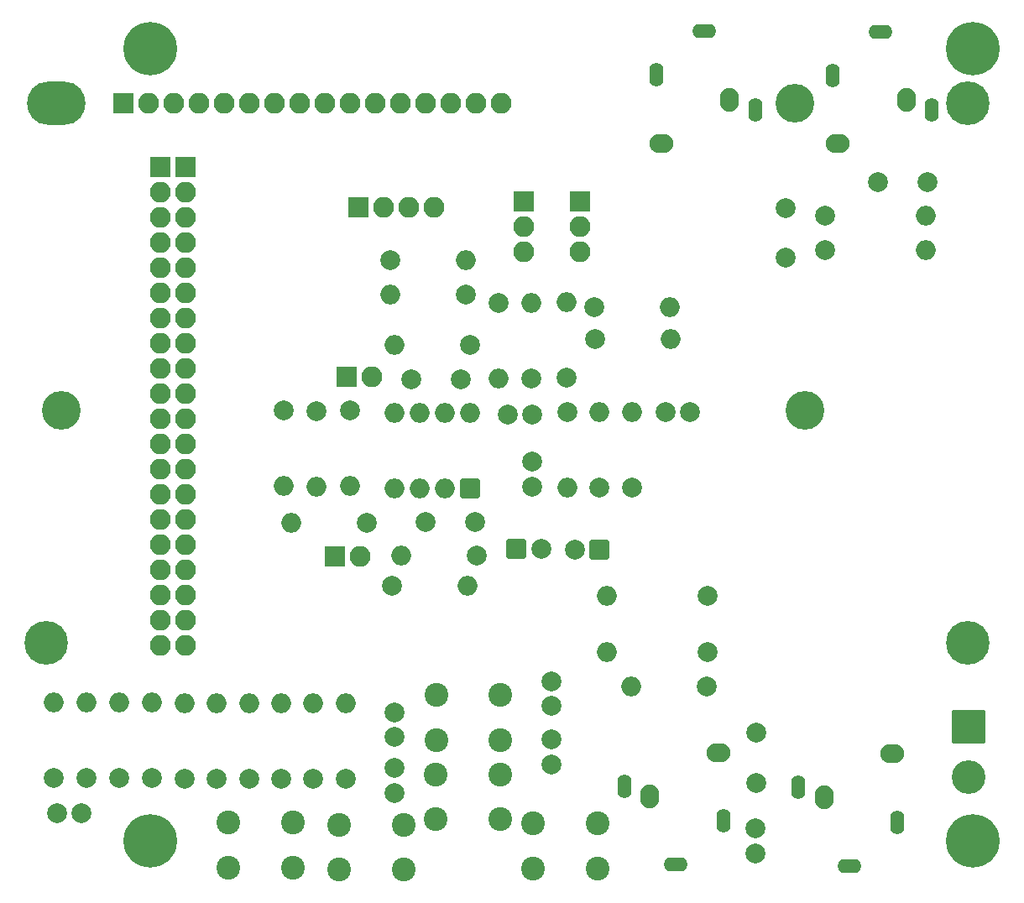
<source format=gbr>
%TF.GenerationSoftware,KiCad,Pcbnew,(6.0.11)*%
%TF.CreationDate,2023-04-04T23:09:14-05:00*%
%TF.ProjectId,BitBangDisplay,42697442-616e-4674-9469-73706c61792e,rev?*%
%TF.SameCoordinates,Original*%
%TF.FileFunction,Soldermask,Top*%
%TF.FilePolarity,Negative*%
%FSLAX46Y46*%
G04 Gerber Fmt 4.6, Leading zero omitted, Abs format (unit mm)*
G04 Created by KiCad (PCBNEW (6.0.11)) date 2023-04-04 23:09:14*
%MOMM*%
%LPD*%
G01*
G04 APERTURE LIST*
G04 Aperture macros list*
%AMRoundRect*
0 Rectangle with rounded corners*
0 $1 Rounding radius*
0 $2 $3 $4 $5 $6 $7 $8 $9 X,Y pos of 4 corners*
0 Add a 4 corners polygon primitive as box body*
4,1,4,$2,$3,$4,$5,$6,$7,$8,$9,$2,$3,0*
0 Add four circle primitives for the rounded corners*
1,1,$1+$1,$2,$3*
1,1,$1+$1,$4,$5*
1,1,$1+$1,$6,$7*
1,1,$1+$1,$8,$9*
0 Add four rect primitives between the rounded corners*
20,1,$1+$1,$2,$3,$4,$5,0*
20,1,$1+$1,$4,$5,$6,$7,0*
20,1,$1+$1,$6,$7,$8,$9,0*
20,1,$1+$1,$8,$9,$2,$3,0*%
G04 Aperture macros list end*
%ADD10C,2.400000*%
%ADD11C,5.400000*%
%ADD12RoundRect,0.200000X0.850000X-0.850000X0.850000X0.850000X-0.850000X0.850000X-0.850000X-0.850000X0*%
%ADD13O,2.100000X2.100000*%
%ADD14O,1.400000X2.400000*%
%ADD15O,2.400000X1.400000*%
%ADD16O,2.400000X1.900000*%
%ADD17O,1.900000X2.400000*%
%ADD18O,5.900000X4.400000*%
%ADD19C,4.400000*%
%ADD20C,3.900000*%
%ADD21RoundRect,0.200000X-0.850000X-0.850000X0.850000X-0.850000X0.850000X0.850000X-0.850000X0.850000X0*%
%ADD22RoundRect,0.200000X-1.500000X1.500000X-1.500000X-1.500000X1.500000X-1.500000X1.500000X1.500000X0*%
%ADD23C,3.400000*%
%ADD24C,2.000000*%
%ADD25O,2.000000X2.000000*%
%ADD26RoundRect,0.200000X0.800000X0.800000X-0.800000X0.800000X-0.800000X-0.800000X0.800000X-0.800000X0*%
%ADD27RoundRect,0.200000X-0.800000X-0.800000X0.800000X-0.800000X0.800000X0.800000X-0.800000X0.800000X0*%
%ADD28RoundRect,0.200000X0.800000X-0.800000X0.800000X0.800000X-0.800000X0.800000X-0.800000X-0.800000X0*%
%ADD29RoundRect,0.200000X0.850000X0.850000X-0.850000X0.850000X-0.850000X-0.850000X0.850000X-0.850000X0*%
G04 APERTURE END LIST*
D10*
%TO.C,SW2*%
X80830000Y-125770000D03*
X74330000Y-125770000D03*
X74330000Y-130270000D03*
X80830000Y-130270000D03*
%TD*%
%TO.C,SW3*%
X64540000Y-138860000D03*
X71040000Y-138860000D03*
X64540000Y-143360000D03*
X71040000Y-143360000D03*
%TD*%
%TO.C,SW4*%
X84090000Y-138720000D03*
X90590000Y-138720000D03*
X90590000Y-143220000D03*
X84090000Y-143220000D03*
%TD*%
%TO.C,SW5*%
X74300000Y-133770000D03*
X80800000Y-133770000D03*
X74300000Y-138270000D03*
X80800000Y-138270000D03*
%TD*%
D11*
%TO.C,J3*%
X45500000Y-60500000D03*
%TD*%
%TO.C,J7*%
X45500000Y-140500000D03*
%TD*%
%TO.C,J20*%
X128500000Y-60500000D03*
%TD*%
%TO.C,J21*%
X128500000Y-140500000D03*
%TD*%
D12*
%TO.C,J1*%
X66500000Y-76500000D03*
D13*
X69040000Y-76500000D03*
X71580000Y-76500000D03*
X74120000Y-76500000D03*
%TD*%
D12*
%TO.C,U1*%
X42750000Y-66000000D03*
D13*
X45290000Y-66000000D03*
X47830000Y-66000000D03*
X50370000Y-66000000D03*
X52910000Y-66000000D03*
X55450000Y-66000000D03*
X57990000Y-66000000D03*
X60530000Y-66000000D03*
X63070000Y-66000000D03*
X65610000Y-66000000D03*
X68150000Y-66000000D03*
X70690000Y-66000000D03*
X73230000Y-66000000D03*
X75770000Y-66000000D03*
X78310000Y-66000000D03*
X80850000Y-66000000D03*
%TD*%
D14*
%TO.C,J2*%
X103300000Y-138450000D03*
X93300000Y-134950000D03*
D15*
X98500000Y-142850000D03*
D16*
X102800000Y-131550000D03*
D17*
X95900000Y-135950000D03*
%TD*%
D18*
%TO.C,J4*%
X36000000Y-66000000D03*
%TD*%
D19*
%TO.C,J5*%
X128000000Y-66000000D03*
%TD*%
D20*
%TO.C,J6*%
X110500000Y-66000000D03*
%TD*%
%TO.C,J8*%
X111500000Y-97000000D03*
%TD*%
D19*
%TO.C,J9*%
X128000000Y-120500000D03*
%TD*%
%TO.C,J11*%
X35000000Y-120500000D03*
%TD*%
D20*
%TO.C,J12*%
X36500000Y-97000000D03*
%TD*%
D14*
%TO.C,J13*%
X114340000Y-63210000D03*
X124340000Y-66710000D03*
D15*
X119140000Y-58810000D03*
D16*
X114840000Y-70110000D03*
D17*
X121740000Y-65710000D03*
%TD*%
D14*
%TO.C,J14*%
X96540000Y-63180000D03*
X106540000Y-66680000D03*
D15*
X101340000Y-58780000D03*
D16*
X97040000Y-70080000D03*
D17*
X103940000Y-65680000D03*
%TD*%
D21*
%TO.C,JP1*%
X88860000Y-75960000D03*
D13*
X88860000Y-78500000D03*
X88860000Y-81040000D03*
%TD*%
D21*
%TO.C,JP2*%
X83130000Y-75970000D03*
D13*
X83130000Y-78510000D03*
X83130000Y-81050000D03*
%TD*%
D14*
%TO.C,J15*%
X120850000Y-138570000D03*
X110850000Y-135070000D03*
D15*
X116050000Y-142970000D03*
D16*
X120350000Y-131670000D03*
D17*
X113450000Y-136070000D03*
%TD*%
D12*
%TO.C,JP3*%
X64120000Y-111790000D03*
D13*
X66660000Y-111790000D03*
%TD*%
D12*
%TO.C,JP4*%
X65320000Y-93650000D03*
D13*
X67860000Y-93650000D03*
%TD*%
D22*
%TO.C,J16*%
X128020000Y-128930000D03*
D23*
X128020000Y-134010000D03*
%TD*%
D10*
%TO.C,SW1*%
X53370000Y-138640000D03*
X59870000Y-138640000D03*
X59870000Y-143140000D03*
X53370000Y-143140000D03*
%TD*%
D24*
%TO.C,C10*%
X86000000Y-126850000D03*
X86000000Y-124350000D03*
%TD*%
%TO.C,C11*%
X70100000Y-129980000D03*
X70100000Y-127480000D03*
%TD*%
%TO.C,C16*%
X70140000Y-135620000D03*
X70140000Y-133120000D03*
%TD*%
%TO.C,C17*%
X85970000Y-130260000D03*
X85970000Y-132760000D03*
%TD*%
%TO.C,R3*%
X48930000Y-134170000D03*
D25*
X48930000Y-126550000D03*
%TD*%
D24*
%TO.C,R6*%
X45640000Y-134150000D03*
D25*
X45640000Y-126530000D03*
%TD*%
D24*
%TO.C,R12*%
X58680000Y-134170000D03*
D25*
X58680000Y-126550000D03*
%TD*%
D24*
%TO.C,R13*%
X65210000Y-134190000D03*
D25*
X65210000Y-126570000D03*
%TD*%
D24*
%TO.C,R29*%
X42330000Y-134130000D03*
D25*
X42330000Y-126510000D03*
%TD*%
D24*
%TO.C,R33*%
X52220000Y-134190000D03*
D25*
X52220000Y-126570000D03*
%TD*%
D24*
%TO.C,R46*%
X61940000Y-134190000D03*
D25*
X61940000Y-126570000D03*
%TD*%
D24*
%TO.C,R47*%
X55470000Y-134170000D03*
D25*
X55470000Y-126550000D03*
%TD*%
D24*
%TO.C,C1*%
X106510000Y-139200000D03*
X106510000Y-141700000D03*
%TD*%
%TO.C,C3*%
X109610000Y-76610000D03*
X109610000Y-81610000D03*
%TD*%
%TO.C,L1*%
X113550000Y-80860000D03*
D25*
X123710000Y-80860000D03*
%TD*%
D24*
%TO.C,L2*%
X113600000Y-77390000D03*
D25*
X123760000Y-77390000D03*
%TD*%
D24*
%TO.C,R1*%
X90410000Y-89800000D03*
D25*
X98030000Y-89800000D03*
%TD*%
D24*
%TO.C,R2*%
X90250000Y-86610000D03*
D25*
X97870000Y-86610000D03*
%TD*%
D24*
%TO.C,R4*%
X87450000Y-93770000D03*
D25*
X87450000Y-86150000D03*
%TD*%
D24*
%TO.C,R5*%
X94110000Y-104780000D03*
D25*
X94110000Y-97160000D03*
%TD*%
D24*
%TO.C,R7*%
X77370000Y-85360000D03*
D25*
X69750000Y-85360000D03*
%TD*%
D24*
%TO.C,R8*%
X69700000Y-81880000D03*
D25*
X77320000Y-81880000D03*
%TD*%
D24*
%TO.C,C2*%
X123890000Y-74040000D03*
X118890000Y-74040000D03*
%TD*%
%TO.C,C4*%
X106600000Y-129580000D03*
X106600000Y-134580000D03*
%TD*%
D26*
%TO.C,C5*%
X90810000Y-111090000D03*
D24*
X88310000Y-111090000D03*
%TD*%
D27*
%TO.C,C6*%
X82410000Y-111020000D03*
D24*
X84910000Y-111020000D03*
%TD*%
%TO.C,C7*%
X81560000Y-97430000D03*
X84060000Y-97430000D03*
%TD*%
%TO.C,C8*%
X83990000Y-104720000D03*
X83990000Y-102220000D03*
%TD*%
%TO.C,C9*%
X73300000Y-108320000D03*
X78300000Y-108320000D03*
%TD*%
%TO.C,C12*%
X71860000Y-93880000D03*
X76860000Y-93880000D03*
%TD*%
%TO.C,L3*%
X101700000Y-115730000D03*
D25*
X91540000Y-115730000D03*
%TD*%
D24*
%TO.C,R9*%
X69840000Y-114720000D03*
D25*
X77460000Y-114720000D03*
%TD*%
D24*
%TO.C,R10*%
X67360000Y-108360000D03*
D25*
X59740000Y-108360000D03*
%TD*%
D24*
%TO.C,R11*%
X87550000Y-97190000D03*
D25*
X87550000Y-104810000D03*
%TD*%
D24*
%TO.C,R14*%
X90830000Y-104780000D03*
D25*
X90830000Y-97160000D03*
%TD*%
D24*
%TO.C,R15*%
X78450000Y-111670000D03*
D25*
X70830000Y-111670000D03*
%TD*%
D24*
%TO.C,R16*%
X62250000Y-97120000D03*
D25*
X62250000Y-104740000D03*
%TD*%
D24*
%TO.C,R17*%
X58980000Y-97040000D03*
D25*
X58980000Y-104660000D03*
%TD*%
D24*
%TO.C,R18*%
X65620000Y-97030000D03*
D25*
X65620000Y-104650000D03*
%TD*%
D24*
%TO.C,R19*%
X77730000Y-90410000D03*
D25*
X70110000Y-90410000D03*
%TD*%
D24*
%TO.C,R20*%
X83930000Y-93800000D03*
D25*
X83930000Y-86180000D03*
%TD*%
D24*
%TO.C,R21*%
X80620000Y-86180000D03*
D25*
X80620000Y-93800000D03*
%TD*%
D28*
%TO.C,U2*%
X77730000Y-104940000D03*
D25*
X75190000Y-104940000D03*
X72650000Y-104940000D03*
X70110000Y-104940000D03*
X70110000Y-97320000D03*
X72650000Y-97320000D03*
X75190000Y-97320000D03*
X77730000Y-97320000D03*
%TD*%
D24*
%TO.C,L4*%
X101690000Y-121420000D03*
D25*
X91530000Y-121420000D03*
%TD*%
D24*
%TO.C,R22*%
X101650000Y-124850000D03*
D25*
X94030000Y-124850000D03*
%TD*%
D29*
%TO.C,U5*%
X46500000Y-72500000D03*
D13*
X46500000Y-75040000D03*
X46500000Y-77580000D03*
X46500000Y-80120000D03*
X46500000Y-82660000D03*
X46500000Y-85200000D03*
X46500000Y-87740000D03*
X46500000Y-90280000D03*
X46500000Y-92820000D03*
X46500000Y-95360000D03*
X46500000Y-97900000D03*
X46500000Y-100440000D03*
X46500000Y-102980000D03*
X46500000Y-105520000D03*
X46500000Y-108060000D03*
X46500000Y-110600000D03*
X46500000Y-113140000D03*
X46500000Y-115680000D03*
X46500000Y-118220000D03*
X46500000Y-120760000D03*
%TD*%
D24*
%TO.C,C13*%
X97450000Y-97230000D03*
X99950000Y-97230000D03*
%TD*%
%TO.C,C14*%
X36080000Y-137690000D03*
X38580000Y-137690000D03*
%TD*%
%TO.C,R23*%
X35760000Y-134110000D03*
D25*
X35760000Y-126490000D03*
%TD*%
D24*
%TO.C,R24*%
X39040000Y-134110000D03*
D25*
X39040000Y-126490000D03*
%TD*%
D29*
%TO.C,J10*%
X49040000Y-72500000D03*
D13*
X49040000Y-75040000D03*
X49040000Y-77580000D03*
X49040000Y-80120000D03*
X49040000Y-82660000D03*
X49040000Y-85200000D03*
X49040000Y-87740000D03*
X49040000Y-90280000D03*
X49040000Y-92820000D03*
X49040000Y-95360000D03*
X49040000Y-97900000D03*
X49040000Y-100440000D03*
X49040000Y-102980000D03*
X49040000Y-105520000D03*
X49040000Y-108060000D03*
X49040000Y-110600000D03*
X49040000Y-113140000D03*
X49040000Y-115680000D03*
X49040000Y-118220000D03*
X49040000Y-120760000D03*
%TD*%
M02*

</source>
